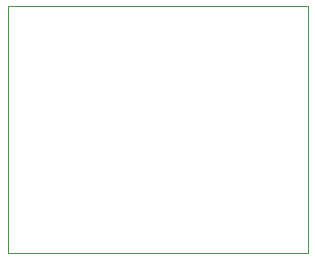
<source format=gbr>
%TF.GenerationSoftware,KiCad,Pcbnew,(5.1.8)-1*%
%TF.CreationDate,2022-06-03T11:46:24-06:00*%
%TF.ProjectId,Trigger,54726967-6765-4722-9e6b-696361645f70,rev?*%
%TF.SameCoordinates,Original*%
%TF.FileFunction,Profile,NP*%
%FSLAX46Y46*%
G04 Gerber Fmt 4.6, Leading zero omitted, Abs format (unit mm)*
G04 Created by KiCad (PCBNEW (5.1.8)-1) date 2022-06-03 11:46:24*
%MOMM*%
%LPD*%
G01*
G04 APERTURE LIST*
%TA.AperFunction,Profile*%
%ADD10C,0.050000*%
%TD*%
G04 APERTURE END LIST*
D10*
X87630000Y-92075000D02*
X87630000Y-113030000D01*
X113030000Y-113030000D02*
X113030000Y-92075000D01*
X113030000Y-92075000D02*
X87630000Y-92075000D01*
X87630000Y-113030000D02*
X113030000Y-113030000D01*
M02*

</source>
